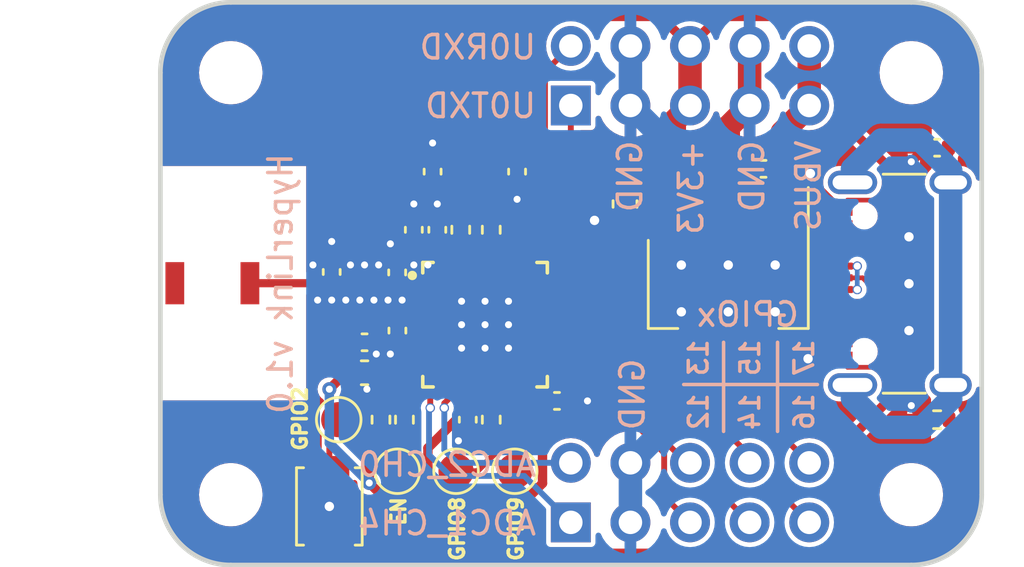
<source format=kicad_pcb>
(kicad_pcb (version 20221018) (generator pcbnew)
  (layers (0 "F.Cu" signal) (31 "B.Cu" signal) (34 "B.Paste" user) (35 "F.Paste" user) (36 "B.SilkS" user "B.Silkscreen") (37 "F.SilkS" user "F.Silkscreen") (38 "B.Mask" user) (39 "F.Mask" user) (44 "Edge.Cuts" user))
  (net 0 "")
  (net 1 "+3V3")
  (net 6 "VBUS")
  (net 7 "GND")
  (net 13 "/USB_D-")
  (net 14 "/USB_D+")
  (net 16 "/GPIO9")
  (net 17 "/GPIO2")
  (net 19 "/EN")
  (net 20 "/RF")
  (net 21 "/ANT")
  (net 22 "/SHIELD")
  (net 23 "/GPIO8")
  (net 24 "/XTAL_P")
  (net 25 "/XTAL_N")
  (net 26 "/XTAL_P_RES")
  (net 27 "/VDD3P3")
  (net 28 "/U0RXD")
  (net 29 "/U0TXD")
  (net 30 "/GPIO12")
  (net 31 "/GPIO13")
  (net 32 "/GPIO14")
  (net 33 "/GPIO15")
  (net 34 "/GPIO16")
  (net 35 "/GPIO17")
  (net 36 "/ADC1_CH4")
  (net 37 "/ADC2_CH0")
  (net 38 "/U0TXD_RES")
  (footprint "TestPoint:TestPoint_Pad_D1.5mm" (layer "F.Cu") (at 126.6 87.8)
    (fp_text reference "TP4" hide)
    (fp_text value "GPIO2" hide)
    (pad "1" smd circle (at 0 0) (size 1.5 1.5) (layers "F.Cu" "F.Mask") (net 17 "/GPIO2"))
  )
  (footprint "MountingHole:MountingHole_2.2mm_M2" (layer "F.Cu") (at 122 73)
    (fp_text reference "H3" hide)
    (fp_text value "MountingHole" hide)
    (pad "" np_thru_hole circle locked (at 0 0) (size 2.2 2.2) (drill 2.2) (layers "*.Cu" "*.Mask"))
  )
  (footprint "Resistor_SMD:R_0402_1005Metric" (layer "F.Cu") (at 129.4 87.8 90)
    (fp_text reference "R4" hide)
    (fp_text value "10k" hide)
    (pad "1" smd roundrect (at -0.51 0 90) (size 0.54 0.64) (layers "F.Cu" "F.Paste" "F.Mask") (net 1 "+3V3"))
    (pad "2" smd roundrect (at 0.51 0 90) (size 0.54 0.64) (layers "F.Cu" "F.Paste" "F.Mask") (net 19 "/EN"))
  )
  (footprint "Capacitor_SMD:C_0402_1005Metric" (layer "F.Cu") (at 135.9 87)
    (fp_text reference "C2" hide)
    (fp_text value "100n" hide)
    (pad "1" smd roundrect (at -0.48 0) (size 0.56 0.62) (layers "F.Cu" "F.Paste" "F.Mask") (net 1 "+3V3"))
    (pad "2" smd roundrect (at 0.48 0) (size 0.56 0.62) (layers "F.Cu" "F.Paste" "F.Mask") (net 7 "GND"))
  )
  (footprint "MountingHole:MountingHole_2.2mm_M2" (layer "F.Cu") (at 151 73)
    (fp_text reference "H2" hide)
    (fp_text value "MountingHole" hide)
    (pad "" np_thru_hole circle locked (at 0 0) (size 2.2 2.2) (drill 2.2) (layers "*.Cu" "*.Mask"))
  )
  (footprint "Capacitor_SMD:C_0402_1005Metric" (layer "F.Cu") (at 130.6 77.22 90)
    (fp_text reference "C5" hide)
    (fp_text value "12pF" hide)
    (pad "1" smd roundrect (at -0.48 0 90) (size 0.56 0.62) (layers "F.Cu" "F.Paste" "F.Mask") (net 24 "/XTAL_P"))
    (pad "2" smd roundrect (at 0.48 0 90) (size 0.56 0.62) (layers "F.Cu" "F.Paste" "F.Mask") (net 7 "GND"))
  )
  (footprint "TestPoint:TestPoint_Pad_D1.5mm" (layer "F.Cu") (at 134.1 90)
    (fp_text reference "TP2" hide)
    (fp_text value "GPIO9" hide)
    (pad "1" smd circle (at 0 0) (size 1.5 1.5) (layers "F.Cu" "F.Mask") (net 16 "/GPIO9"))
  )
  (footprint "Capacitor_SMD:C_0603_1608Metric" (layer "F.Cu") (at 127.7 85.8)
    (fp_text reference "C18" hide)
    (fp_text value "10u" hide)
    (pad "1" smd roundrect (at -0.775 0) (size 0.9 0.95) (layers "F.Cu" "F.Paste" "F.Mask") (net 1 "+3V3"))
    (pad "2" smd roundrect (at 0.775 0) (size 0.9 0.95) (layers "F.Cu" "F.Paste" "F.Mask") (net 7 "GND"))
  )
  (footprint "Capacitor_SMD:C_0402_1005Metric" (layer "F.Cu") (at 126.3 81.5 90)
    (fp_text reference "C14" hide)
    (fp_text value "C" hide)
    (pad "1" smd roundrect (at -0.48 0 90) (size 0.56 0.62) (layers "F.Cu" "F.Paste" "F.Mask") (net 20 "/RF"))
    (pad "2" smd roundrect (at 0.48 0 90) (size 0.56 0.62) (layers "F.Cu" "F.Paste" "F.Mask") (net 7 "GND"))
  )
  (footprint "Capacitor_SMD:C_0402_1005Metric" (layer "F.Cu") (at 130.8 79.7 90)
    (fp_text reference "C4" hide)
    (fp_text value "1u" hide)
    (pad "1" smd roundrect (at -0.48 0 90) (size 0.56 0.62) (layers "F.Cu" "F.Paste" "F.Mask") (net 1 "+3V3"))
    (pad "2" smd roundrect (at 0.48 0 90) (size 0.56 0.62) (layers "F.Cu" "F.Paste" "F.Mask") (net 7 "GND"))
  )
  (footprint "Capacitor_SMD:C_0402_1005Metric" (layer "F.Cu") (at 129.09 81.52 90)
    (fp_text reference "C1" hide)
    (fp_text value "C" hide)
    (pad "1" smd roundrect (at -0.48 0 90) (size 0.56 0.62) (layers "F.Cu" "F.Paste" "F.Mask") (net 21 "/ANT"))
    (pad "2" smd roundrect (at 0.48 0 90) (size 0.56 0.62) (layers "F.Cu" "F.Paste" "F.Mask") (net 7 "GND"))
  )
  (footprint "Inductor_SMD:L_0402_1005Metric" (layer "F.Cu") (at 127.7 81.95)
    (fp_text reference "L1" hide)
    (fp_text value "L" hide)
    (pad "1" smd roundrect (at -0.485 0) (size 0.59 0.64) (layers "F.Cu" "F.Paste" "F.Mask") (net 20 "/RF"))
    (pad "2" smd roundrect (at 0.485 0) (size 0.59 0.64) (layers "F.Cu" "F.Paste" "F.Mask") (net 21 "/ANT"))
  )
  (footprint "Capacitor_SMD:C_0402_1005Metric" (layer "F.Cu") (at 134.2 77.22 -90)
    (fp_text reference "C6" hide)
    (fp_text value "12pF" hide)
    (pad "1" smd roundrect (at -0.48 0 270) (size 0.56 0.62) (layers "F.Cu" "F.Paste" "F.Mask") (net 25 "/XTAL_N"))
    (pad "2" smd roundrect (at 0.48 0 270) (size 0.56 0.62) (layers "F.Cu" "F.Paste" "F.Mask") (net 7 "GND"))
  )
  (footprint "Inductor_SMD:L_0402_1005Metric" (layer "F.Cu") (at 127.7 83.5)
    (fp_text reference "L2" hide)
    (fp_text value "2n" hide)
    (pad "1" smd roundrect (at -0.485 0) (size 0.59 0.64) (layers "F.Cu" "F.Paste" "F.Mask") (net 1 "+3V3"))
    (pad "2" smd roundrect (at 0.485 0) (size 0.59 0.64) (layers "F.Cu" "F.Paste" "F.Mask") (net 27 "/VDD3P3"))
  )
  (footprint "TestPoint:TestPoint_Pad_D1.5mm" (layer "F.Cu") (at 131.6 90)
    (fp_text reference "TP3" hide)
    (fp_text value "GPIO8" hide)
    (pad "1" smd circle (at 0 0) (size 1.5 1.5) (layers "F.Cu" "F.Mask") (net 23 "/GPIO8"))
  )
  (footprint "Connector_USB:USB_C_Receptacle_GCT_USB4105-xx-A_16P_TopMnt_Horizontal" (layer "F.Cu") (at 151.6 82 90)
    (fp_text reference "J1" hide)
    (fp_text value "USB_C_Receptacle_USB2.0" hide)
    (pad "" np_thru_hole circle locked (at -2.89 -2.605 90) (size 0.65 0.65) (drill 0.65) (layers "F&B.Cu" "*.Mask"))
    (pad "" np_thru_hole circle locked (at 2.89 -2.605 90) (size 0.65 0.65) (drill 0.65) (layers "F&B.Cu" "*.Mask"))
    (pad "A1" smd rect locked (at -3.2 -3.68 90) (size 0.6 1.15) (layers "F.Cu" "F.Paste" "F.Mask") (net 7 "GND"))
    (pad "A4" smd rect locked (at -2.4 -3.68 90) (size 0.6 1.15) (layers "F.Cu" "F.Paste" "F.Mask") (net 6 "VBUS"))
    (pad "A5" smd rect locked (at -1.25 -3.68 90) (size 0.3 1.15) (layers "F.Cu" "F.Paste" "F.Mask"))
    (pad "A6" smd rect locked (at -0.25 -3.68 90) (size 0.3 1.15) (layers "F.Cu" "F.Paste" "F.Mask") (net 13 "/USB_D-"))
    (pad "A7" smd rect locked (at 0.25 -3.68 90) (size 0.3 1.15) (layers "F.Cu" "F.Paste" "F.Mask") (net 14 "/USB_D+"))
    (pad "A8" smd rect locked (at 1.25 -3.68 90) (size 0.3 1.15) (layers "F.Cu" "F.Paste" "F.Mask"))
    (pad "A9" smd rect locked (at 2.4 -3.68 90) (size 0.6 1.15) (layers "F.Cu" "F.Paste" "F.Mask") (net 6 "VBUS"))
    (pad "A12" smd rect locked (at 3.2 -3.68 90) (size 0.6 1.15) (layers "F.Cu" "F.Paste" "F.Mask") (net 7 "GND"))
    (pad "B1" smd rect locked (at 3.2 -3.68 90) (size 0.6 1.15) (layers "F.Cu" "F.Paste" "F.Mask") (net 7 "GND"))
    (pad "B4" smd rect locked (at 2.4 -3.68 90) (size 0.6 1.15) (layers "F.Cu" "F.Paste" "F.Mask") (net 6 "VBUS"))
    (pad "B5" smd rect locked (at 1.75 -3.68 90) (size 0.3 1.15) (layers "F.Cu" "F.Paste" "F.Mask"))
    (pad "B6" smd rect locked (at 0.75 -3.68 90) (size 0.3 1.15) (layers "F.Cu" "F.Paste" "F.Mask") (net 13 "/USB_D-"))
    (pad "B7" smd rect locked (at -0.75 -3.68 90) (size 0.3 1.15) (layers "F.Cu" "F.Paste" "F.Mask") (net 14 "/USB_D+"))
    (pad "B8" smd rect locked (at -1.75 -3.68 90) (size 0.3 1.15) (layers "F.Cu" "F.Paste" "F.Mask"))
    (pad "B9" smd rect locked (at -2.4 -3.68 90) (size 0.6 1.15) (layers "F.Cu" "F.Paste" "F.Mask") (net 6 "VBUS"))
    (pad "B12" smd rect locked (at -3.2 -3.68 90) (size 0.6 1.15) (layers "F.Cu" "F.Paste" "F.Mask") (net 7 "GND"))
    (pad "S1" thru_hole oval locked (at -4.32 -3.105 90) (size 1 2.1) (drill oval 0.6 1.7) (layers "*.Cu" "*.Mask" "F.Paste") (net 22 "/SHIELD"))
    (pad "S1" thru_hole oval locked (at -4.32 1.075 90) (size 1 1.8) (drill oval 0.6 1.4) (layers "*.Cu" "*.Mask" "F.Paste") (net 22 "/SHIELD"))
    (pad "S1" thru_hole oval locked (at 4.32 -3.105 90) (size 1 2.1) (drill oval 0.6 1.7) (layers "*.Cu" "*.Mask" "F.Paste") (net 22 "/SHIELD"))
    (pad "S1" thru_hole oval locked (at 4.32 1.075 90) (size 1 1.8) (drill oval 0.6 1.4) (layers "*.Cu" "*.Mask" "F.Paste") (net 22 "/SHIELD"))
  )
  (footprint "Capacitor_SMD:C_0402_1005Metric" (layer "F.Cu") (at 129.1 84 -90)
    (fp_text reference "C15" hide)
    (fp_text value "100n" hide)
    (pad "1" smd roundrect (at -0.48 0 270) (size 0.56 0.62) (layers "F.Cu" "F.Paste" "F.Mask") (net 27 "/VDD3P3"))
    (pad "2" smd roundrect (at 0.48 0 270) (size 0.56 0.62) (layers "F.Cu" "F.Paste" "F.Mask") (net 7 "GND"))
  )
  (footprint "Capacitor_SMD:C_0402_1005Metric" (layer "F.Cu") (at 152.1 76.2 180)
    (fp_text reference "C11" hide)
    (fp_text value "C" hide)
    (pad "1" smd roundrect (at -0.48 0 180) (size 0.56 0.62) (layers "F.Cu" "F.Paste" "F.Mask") (net 22 "/SHIELD"))
    (pad "2" smd roundrect (at 0.48 0 180) (size 0.56 0.62) (layers "F.Cu" "F.Paste" "F.Mask") (net 7 "GND"))
  )
  (footprint "MountingHole:MountingHole_2.2mm_M2" (layer "F.Cu") (at 151 91)
    (fp_text reference "H1" hide)
    (fp_text value "MountingHole" hide)
    (pad "" np_thru_hole circle locked (at 0 0) (size 2.2 2.2) (drill 2.2) (layers "*.Cu" "*.Mask"))
  )
  (footprint "Connector_PinHeader_2.54mm:PinHeader_2x05_P2.54mm_Vertical" (layer "F.Cu") (at 136.49 92.18 90)
    (fp_text reference "J2" hide)
    (fp_text value "Conn_02x05_Odd_Even" hide)
    (pad "1" thru_hole rect locked (at 0 0 90) (size 1.7 1.7) (drill 1) (layers "*.Cu" "*.Mask") (net 36 "/ADC1_CH4"))
    (pad "2" thru_hole oval locked (at 2.54 0 90) (size 1.7 1.7) (drill 1) (layers "*.Cu" "*.Mask") (net 37 "/ADC2_CH0"))
    (pad "3" thru_hole oval locked (at 0 2.54 90) (size 1.7 1.7) (drill 1) (layers "*.Cu" "*.Mask") (net 7 "GND"))
    (pad "4" thru_hole oval locked (at 2.54 2.54 90) (size 1.7 1.7) (drill 1) (layers "*.Cu" "*.Mask") (net 7 "GND"))
    (pad "5" thru_hole oval locked (at 0 5.08 90) (size 1.7 1.7) (drill 1) (layers "*.Cu" "*.Mask") (net 30 "/GPIO12"))
    (pad "6" thru_hole oval locked (at 2.54 5.08 90) (size 1.7 1.7) (drill 1) (layers "*.Cu" "*.Mask") (net 31 "/GPIO13"))
    (pad "7" thru_hole oval locked (at 0 7.62 90) (size 1.7 1.7) (drill 1) (layers "*.Cu" "*.Mask") (net 32 "/GPIO14"))
    (pad "8" thru_hole oval locked (at 2.54 7.62 90) (size 1.7 1.7) (drill 1) (layers "*.Cu" "*.Mask") (net 33 "/GPIO15"))
    (pad "9" thru_hole oval locked (at 0 10.16 90) (size 1.7 1.7) (drill 1) (layers "*.Cu" "*.Mask") (net 34 "/GPIO16"))
    (pad "10" thru_hole oval locked (at 2.54 10.16 90) (size 1.7 1.7) (drill 1) (layers "*.Cu" "*.Mask") (net 35 "/GPIO17"))
  )
  (footprint "Connector_PinHeader_2.54mm:PinHeader_2x05_P2.54mm_Vertical" (layer "F.Cu") (at 136.49 74.4 90)
    (fp_text reference "J3" hide)
    (fp_text value "Conn_02x05_Odd_Even" hide)
    (pad "1" thru_hole rect locked (at 0 0 90) (size 1.7 1.7) (drill 1) (layers "*.Cu" "*.Mask") (net 28 "/U0RXD"))
    (pad "2" thru_hole oval locked (at 2.54 0 90) (size 1.7 1.7) (drill 1) (layers "*.Cu" "*.Mask") (net 29 "/U0TXD"))
    (pad "3" thru_hole oval locked (at 0 2.54 90) (size 1.7 1.7) (drill 1) (layers "*.Cu" "*.Mask") (net 7 "GND"))
    (pad "4" thru_hole oval locked (at 2.54 2.54 90) (size 1.7 1.7) (drill 1) (layers "*.Cu" "*.Mask") (net 7 "GND"))
    (pad "5" thru_hole oval locked (at 0 5.08 90) (size 1.7 1.7) (drill 1) (layers "*.Cu" "*.Mask") (net 1 "+3V3"))
    (pad "6" thru_hole oval locked (at 2.54 5.08 90) (size 1.7 1.7) (drill 1) (layers "*.Cu" "*.Mask") (net 1 "+3V3"))
    (pad "7" thru_hole oval locked (at 0 7.62 90) (size 1.7 1.7) (drill 1) (layers "*.Cu" "*.Mask") (net 7 "GND"))
    (pad "8" thru_hole oval locked (at 2.54 7.62 90) (size 1.7 1.7) (drill 1) (layers "*.Cu" "*.Mask") (net 7 "GND"))
    (pad "9" thru_hole oval locked (at 0 10.16 90) (size 1.7 1.7) (drill 1) (layers "*.Cu" "*.Mask") (net 6 "VBUS"))
    (pad "10" thru_hole oval locked (at 2.54 10.16 90) (size 1.7 1.7) (drill 1) (layers "*.Cu" "*.Mask") (net 6 "VBUS"))
  )
  (footprint "Capacitor_SMD:C_0402_1005Metric" (layer "F.Cu") (at 129.8 79.7 90)
    (fp_text reference "C3" hide)
    (fp_text value "10n" hide)
    (pad "1" smd roundrect (at -0.48 0 90) (size 0.56 0.62) (layers "F.Cu" "F.Paste" "F.Mask") (net 1 "+3V3"))
    (pad "2" smd roundrect (at 0.48 0 90) (size 0.56 0.62) (layers "F.Cu" "F.Paste" "F.Mask") (net 7 "GND"))
  )
  (footprint "Resistor_SMD:R_0402_1005Metric" (layer "F.Cu") (at 133.1 87.8 90)
    (fp_text reference "R2" hide)
    (fp_text value "10k" hide)
    (pad "1" smd roundrect (at -0.51 0 90) (size 0.54 0.64) (layers "F.Cu" "F.Paste" "F.Mask") (net 1 "+3V3"))
    (pad "2" smd roundrect (at 0.51 0 90) (size 0.54 0.64) (layers "F.Cu" "F.Paste" "F.Mask") (net 23 "/GPIO8"))
  )
  (footprint "Capacitor_SMD:C_0402_1005Metric" (layer "F.Cu") (at 144.7 77.1 180)
    (fp_text reference "C12" hide)
    (fp_text value "100n" hide)
    (pad "1" smd roundrect (at -0.48 0 180) (size 0.56 0.62) (layers "F.Cu" "F.Paste" "F.Mask") (net 6 "VBUS"))
    (pad "2" smd roundrect (at 0.48 0 180) (size 0.56 0.62) (layers "F.Cu" "F.Paste" "F.Mask") (net 7 "GND"))
  )
  (footprint "Resistor_SMD:R_0402_1005Metric" (layer "F.Cu") (at 128.4 87.8 90)
    (fp_text reference "R3" hide)
    (fp_text value "10k" hide)
    (pad "1" smd roundrect (at -0.51 0 90) (size 0.54 0.64) (layers "F.Cu" "F.Paste" "F.Mask") (net 1 "+3V3"))
    (pad "2" smd roundrect (at 0.51 0 90) (size 0.54 0.64) (layers "F.Cu" "F.Paste" "F.Mask") (net 17 "/GPIO2"))
  )
  (footprint "Resistor_SMD:R_0402_1005Metric" (layer "F.Cu") (at 131.8 79.7 -90)
    (fp_text reference "R6" hide)
    (fp_text value "0R" hide)
    (pad "1" smd roundrect (at -0.51 0 270) (size 0.54 0.64) (layers "F.Cu" "F.Paste" "F.Mask") (net 24 "/XTAL_P"))
    (pad "2" smd roundrect (at 0.51 0 270) (size 0.54 0.64) (layers "F.Cu" "F.Paste" "F.Mask") (net 26 "/XTAL_P_RES"))
  )
  (footprint "encyclopedia_galactica:ABM11W-30.0000MHZ-7-D1X-T3" (layer "F.Cu") (at 132.400001 77.4 180)
    (fp_text reference "Y1" hide)
    (fp_text value "ABM11W-40.0000MHZ-8-B1U-T3" hide)
    (pad "1" smd rect (at -0.637 -0.487 270) (size 0.775 0.875) (layers "F.Cu" "F.Paste" "F.Mask") (net 7 "GND"))
    (pad "2" smd rect (at 0.637 -0.487 270) (size 0.775 0.875) (layers "F.Cu" "F.Paste" "F.Mask") (net 24 "/XTAL_P"))
    (pad "3" smd rect (at -0.637 0.487 270) (size 0.775 0.875) (layers "F.Cu" "F.Paste" "F.Mask") (net 25 "/XTAL_N"))
    (pad "4" smd rect (at 0.637 0.487 270) (size 0.775 0.875) (layers "F.Cu" "F.Paste" "F.Mask") (net 7 "GND"))
  )
  (footprint "Package_TO_SOT_SMD:SOT-223-3_TabPin2" (layer "F.Cu") (at 143.2 82 -90)
    (fp_text reference "U2" hide)
    (fp_text value "LM2937xMP" hide)
    (pad "1" smd rect locked (at -3.15 -2.3 270) (size 2 1.5) (layers "F.Cu" "F.Paste" "F.Mask") (net 6 "VBUS"))
    (pad "2" smd rect locked (at -3.15 0 270) (size 2 1.5) (layers "F.Cu" "F.Paste" "F.Mask") (net 7 "GND"))
    (pad "2" smd rect locked (at 3.15 0 270) (size 2 3.8) (layers "F.Cu" "F.Paste" "F.Mask") (net 7 "GND"))
    (pad "3" smd rect locked (at -3.15 2.3 270) (size 2 1.5) (layers "F.Cu" "F.Paste" "F.Mask") (net 1 "+3V3"))
  )
  (footprint "Capacitor_SMD:C_0402_1005Metric" (layer "F.Cu") (at 132.1 87.8 -90)
    (fp_text reference "C17" hide)
    (fp_text value "100n" hide)
    (pad "1" smd roundrect (at -0.48 0 270) (size 0.56 0.62) (layers "F.Cu" "F.Paste" "F.Mask") (net 1 "+3V3"))
    (pad "2" smd roundrect (at 0.48 0 270) (size 0.56 0.62) (layers "F.Cu" "F.Paste" "F.Mask") (net 7 "GND"))
  )
  (footprint "MountingHole:MountingHole_2.2mm_M2" (layer "F.Cu") (at 122 91)
    (fp_text reference "H4" hide)
    (fp_text value "MountingHole" hide)
    (pad "" np_thru_hole circle locked (at 0 0) (size 2.2 2.2) (drill 2.2) (layers "*.Cu" "*.Mask"))
  )
  (footprint "encyclopedia_galactica:QFN32_5X5_EXP" (layer "F.Cu") (at 132.834851 83.7487)
    (fp_text reference "U1" hide)
    (fp_text value "ESP32-C3" hide)
    (pad "1" smd rect locked (at -2.4487 -1.749999 90) (size 0.2548 0.757199) (layers "F.Cu" "F.Paste" "F.Mask") (net 21 "/ANT"))
    (pad "2" smd rect locked (at -2.4487 -1.25 90) (size 0.2548 0.757199) (layers "F.Cu" "F.Paste" "F.Mask") (net 27 "/VDD3P3"))
    (pad "3" smd rect locked (at -2.4487 -0.750001 90) (size 0.2548 0.757199) (layers "F.Cu" "F.Paste" "F.Mask") (net 27 "/VDD3P3"))
    (pad "4" smd rect locked (at -2.4487 -0.25 90) (size 0.2548 0.757199) (layers "F.Cu" "F.Paste" "F.Mask"))
    (pad "5" smd rect locked (at -2.4487 0.25 90) (size 0.2548 0.757199) (layers "F.Cu" "F.Paste" "F.Mask"))
    (pad "6" smd rect locked (at -2.4487 0.750001 90) (size 0.2548 0.757199) (layers "F.Cu" "F.Paste" "F.Mask") (net 17 "/GPIO2"))
    (pad "7" smd rect locked (at -2.4487 1.25 90) (size 0.2548 0.757199) (layers "F.Cu" "F.Paste" "F.Mask") (net 19 "/EN"))
    (pad "8" smd rect locked (at -2.4487 1.749999 90) (size 0.2548 0.757199) (layers "F.Cu" "F.Paste" "F.Mask"))
    (pad "9" smd rect locked (at -1.749999 2.4487) (size 0.2548 0.757199) (layers "F.Cu" "F.Paste" "F.Mask") (net 36 "/ADC1_CH4"))
    (pad "10" smd rect locked (at -1.25 2.4487) (size 0.2548 0.757199) (layers "F.Cu" "F.Paste" "F.Mask") (net 37 "/ADC2_CH0"))
    (pad "11" smd rect locked (at -0.750001 2.4487) (size 0.2548 0.757199) (layers "F.Cu" "F.Paste" "F.Mask") (net 1 "+3V3"))
    (pad "12" smd rect locked (at -0.25 2.4487) (size 0.2548 0.757199) (layers "F.Cu" "F.Paste" "F.Mask"))
    (pad "13" smd rect locked (at 0.25 2.4487) (size 0.2548 0.757199) (layers "F.Cu" "F.Paste" "F.Mask"))
    (pad "14" smd rect locked (at 0.750001 2.4487) (size 0.2548 0.757199) (layers "F.Cu" "F.Paste" "F.Mask") (net 23 "/GPIO8"))
    (pad "15" smd rect locked (at 1.25 2.4487) (size 0.2548 0.757199) (layers "F.Cu" "F.Paste" "F.Mask") (net 16 "/GPIO9"))
    (pad "16" smd rect locked (at 1.749999 2.4487) (size 0.2548 0.757199) (layers "F.Cu" "F.Paste" "F.Mask"))
    (pad "17" smd rect locked (at 2.4487 1.749999 90) (size 0.2548 0.757199) (layers "F.Cu" "F.Paste" "F.Mask") (net 1 "+3V3"))
    (pad "18" smd rect locked (at 2.4487 1.25 90) (size 0.2548 0.757199) (layers "F.Cu" "F.Paste" "F.Mask"))
    (pad "19" smd rect locked (at 2.4487 0.750001 90) (size 0.2548 0.757199) (layers "F.Cu" "F.Paste" "F.Mask") (net 30 "/GPIO12"))
    (pad "20" smd rect locked (at 2.4487 0.25 90) (size 0.2548 0.757199) (layers "F.Cu" "F.Paste" "F.Mask") (net 31 "/GPIO13"))
    (pad "21" smd rect locked (at 2.4487 -0.25 90) (size 0.2548 0.757199) (layers "F.Cu" "F.Paste" "F.Mask") (net 32 "/GPIO14"))
    (pad "22" smd rect locked (at 2.4487 -0.750001 90) (size 0.2548 0.757199) (layers "F.Cu" "F.Paste" "F.Mask") (net 33 "/GPIO15"))
    (pad "23" smd rect locked (at 2.4487 -1.25 90) (size 0.2548 0.757199) (layers "F.Cu" "F.Paste" "F.Mask") (net 34 "/GPIO16"))
    (pad "24" smd rect locked (at 2.4487 -1.749999 90) (size 0.2548 0.757199) (layers "F.Cu" "F.Paste" "F.Mask") (net 35 "/GPIO17"))
    (pad "25" smd rect locked (at 1.749999 -2.4487) (size 0.2548 0.757199) (layers "F.Cu" "F.Paste" "F.Mask") (net 13 "/USB_D-"))
    (pad "26" smd rect locked (at 1.25 -2.4487) (size 0.2548 0.757199) (layers "F.Cu" "F.Paste" "F.Mask") (net 14 "/USB_D+"))
    (pad "27" smd rect locked (at 0.750001 -2.4487) (size 0.2548 0.757199) (layers "F.Cu" "F.Paste" "F.Mask") (net 28 "/U0RXD"))
    (pad "28" smd rect locked (at 0.25 -2.4487) (size 0.2548 0.757199) (layers "F.Cu" "F.Paste" "F.Mask") (net 38 "/U0TXD_RES"))
    (pad "29" smd rect locked (at -0.25 -2.4487) (size 0.2548 0.757199) (layers "F.Cu" "F.Paste" "F.Mask") (net 25 "/XTAL_N"))
    (pad "30" smd rect locked (at -0.750001 -2.4487) (size 0.2548 0.757199) (layers "F.Cu" "F.Paste" "F.Mask") (net 26 "/XTAL_P_RES"))
    (pad "31" smd rect locked (at -1.25 -2.4487) (size 0.2548 0.757199) (layers "F.Cu" "F.Paste" "F.Mask") (net 1 "+3V3"))
    (pad "32" smd rect locked (at -1.749999 -2.4487) (size 0.2548 0.757199) (layers "F.Cu" "F.Paste" "F.Mask") (net 1 "+3V3"))
    (pad "33" smd rect locked (at 0 0) (size 3.7592 3.7592) (layers "F.Cu" "F.Mask") (net 7 "GND"))
  )
  (footprint "Capacitor_SMD:C_0402_1005Metric" (layer "F.Cu") (at 127.7 84.5)
    (fp_text reference "C16" hide)
    (fp_text value "100n" hide)
    (pad "1" smd roundrect (at -0.48 0) (size 0.56 0.62) (layers "F.Cu" "F.Paste" "F.Mask") (net 1 "+3V3"))
    (pad "2" smd roundrect (at 0.48 0) (size 0.56 0.62) (layers "F.Cu" "F.Paste" "F.Mask") (net 7 "GND"))
  )
  (footprint "TestPoint:TestPoint_Pad_D1.5mm" (layer "F.Cu") (at 129.1 90)
    (fp_text reference "TP1" hide)
    (fp_text value "EN" hide)
    (pad "1" smd circle (at 0 0) (size 1.5 1.5) (layers "F.Cu" "F.Mask") (net 19 "/EN"))
  )
  (footprint "Capacitor_SMD:C_0603_1608Metric" (layer "F.Cu") (at 138.8 78.6 -90)
    (fp_text reference "C13" hide)
    (fp_text value "10u" hide)
    (pad "1" smd roundrect (at -0.775 0 270) (size 0.9 0.95) (layers "F.Cu" "F.Paste" "F.Mask") (net 1 "+3V3"))
    (pad "2" smd roundrect (at 0.775 0 270) (size 0.9 0.95) (layers "F.Cu" "F.Paste" "F.Mask") (net 7 "GND"))
  )
  (footprint "Button_Switch_SMD:SW_SPST_B3U-1000P" (layer "F.Cu") (at 126.2 91.5 90)
    (fp_text reference "SW1" hide)
    (fp_text value "SW_Push" hide)
    (pad "1" smd rect (at -1.7 0 90) (size 0.9 1.7) (layers "F.Cu" "F.Paste" "F.Mask") (net 7 "GND"))
    (pad "2" smd rect (at 1.7 0 90) (size 0.9 1.7) (layers "F.Cu" "F.Paste" "F.Mask") (net 17 "/GPIO2"))
  )
  (footprint "Resistor_SMD:R_0402_1005Metric" (layer "F.Cu") (at 152.1 87.8 180)
    (fp_text reference "R1" hide)
    (fp_text value "R" hide)
    (pad "1" smd roundrect (at -0.51 0 180) (size 0.54 0.64) (layers "F.Cu" "F.Paste" "F.Mask") (net 22 "/SHIELD"))
    (pad "2" smd roundrect (at 0.51 0 180) (size 0.54 0.64) (layers "F.Cu" "F.Paste" "F.Mask") (net 7 "GND"))
  )
  (footprint "encyclopedia_galactica:2108838-1" (layer "F.Cu") (at 118.715 81.98)
    (fp_text reference "AE1" hide)
    (fp_text value "2108838-1" hide)
    (pad "1" smd rect locked (at 4.1 0) (size 0.8 1.8) (layers "F.Cu" "F.Paste" "F.Mask") (net 20 "/RF"))
    (pad "2" smd rect locked (at 0.9 0) (size 0.8 1.8) (layers "F.Cu" "F.Paste" "F.Mask"))
    (zone (net 0) (net_name "") (layers "*.Cu") (connect_pads (clearance 0)) (min_thickness 0.25)
      (keepout (tracks allowed) (vias not_allowed) (pads allowed) (copperpour not_allowed) (footprints not_allowed))
      (fill (thermal_gap 0.5) (thermal_bridge_width 0.5))
      (polygon (pts (xy 112.215 76.98) (xy 112.215 86.98) (xy 125.215 86.98) (xy 125.215 76.98)))
    )
  )
  (footprint "Resistor_SMD:R_0402_1005Metric" (layer "F.Cu") (at 133.1 79.7 -90)
    (fp_text reference "R5" hide)
    (fp_text value "500R" hide)
    (pad "1" smd roundrect (at -0.51 0 270) (size 0.54 0.64) (layers "F.Cu" "F.Paste" "F.Mask") (net 29 "/U0TXD"))
    (pad "2" smd roundrect (at 0.51 0 270) (size 0.54 0.64) (layers "F.Cu" "F.Paste" "F.Mask") (net 38 "/U0TXD_RES"))
  )
  (gr_line (start 143 84.5) (end 143 88.3) (stroke (width 0.15)) (layer "B.SilkS"))
  (gr_line (start 145.3 84.5) (end 145.3 88.3) (stroke (width 0.15)) (layer "B.SilkS"))
  (gr_line (start 141.3 86.3) (end 147 86.3) (stroke (width 0.15)) (layer "B.SilkS"))
  (gr_line locked (start 122.000001 94) (end 151 94) (stroke (width 0.2)) (layer "Edge.Cuts"))
  (gr_arc locked (start 154.000002 91.000001) (mid 153.121322 93.121321) (end 151.000002 94.000001) (stroke (width 0.2)) (layer "Edge.Cuts"))
  (gr_line locked (start 119.000001 72.999999) (end 119 91) (stroke (width 0.2)) (layer "Edge.Cuts"))
  (gr_arc locked (start 151.000002 69.999999) (mid 153.121321 70.878679) (end 154.000002 72.999999) (stroke (width 0.2)) (layer "Edge.Cuts"))
  (gr_arc locked (start 122 94.000001) (mid 119.878673 93.121322) (end 119 91.000001) (stroke (width 0.2)) (layer "Edge.Cuts"))
  (gr_line locked (start 154.000003 73) (end 154.000002 91.000001) (stroke (width 0.2)) (layer "Edge.Cuts"))
  (gr_arc locked (start 119.000001 73) (mid 119.878674 70.878667) (end 122.000001 70) (stroke (width 0.2)) (layer "Edge.Cuts"))
  (gr_line locked (start 122.000001 70) (end 151 70) (stroke (width 0.2)) (layer "Edge.Cuts"))
  (gr_text "ADC1_CH4" (at 135.1 92.8) (layer "B.SilkS") (effects (font (size 1 1)) (justify left bottom mirror)))
  (gr_text "GND" (at 139.6 75.8 90) (layer "B.SilkS") (effects (font (size 1 1)) (justify left bottom mirror)))
  (gr_text "12" (at 142.4 86.6 90) (layer "B.SilkS") (effects (font (size 0.8 0.8)) (justify left bottom mirror)))
  (gr_text "GPIOx" (at 146.3 83.9) (layer "B.SilkS") (effects (font (size 1 1)) (justify left bottom mirror)))
  (gr_text "HyperLink v1.0" (at 124.7 76.35 90) (layer "B.SilkS") (effects (font (size 1 1)) (justify left bottom mirror)))
  (gr_text "17" (at 146.9 84.3 90) (layer "B.SilkS") (effects (font (size 0.8 0.8)) (justify left bottom mirror)))
  (gr_text "15" (at 144.6 84.3 90) (layer "B.SilkS") (effects (font (size 0.8 0.8)) (justify left bottom mirror)))
  (gr_text "13" (at 142.4 84.3 90) (layer "B.SilkS") (effects (font (size 0.8 0.8)) (justify left bottom mirror)))
  (gr_text "U0TXD" (at 135.1 75) (layer "B.SilkS") (effects (font (size 1 1)) (justify left bottom mirror)))
  (gr_text "16" (at 146.9 86.6 90) (layer "B.SilkS") (effects (font (size 0.8 0.8)) (justify left bottom mirror)))
  (gr_text "VBUS" (at 147.2 75.8 90) (layer "B.SilkS") (effects (font (size 1 1)) (justify left bottom mirror)))
  (gr_text "+3V3" (at 142.2 75.8 90) (layer "B.SilkS") (effects (font (size 1 1)) (justify left bottom mirror)))
  (gr_text "ADC2_CH0" (at 135.1 90.3) (layer "B.SilkS") (effects (font (size 1 1)) (justify left bottom mirror)))
  (gr_text "U0RXD" (at 135.1 72.5) (layer "B.SilkS") (effects (font (size 1 1)) (justify left bottom mirror)))
  (gr_text "GND" (at 139.7 85.1 90) (layer "B.SilkS") (effects (font (size 1 1)) (justify left bottom mirror)))
  (gr_text "14" (at 144.6 86.6 90) (layer "B.SilkS") (effects (font (size 0.8 0.8)) (justify left bottom mirror)))
  (gr_text "GND" (at 144.8 75.8 90) (layer "B.SilkS") (effects (font (size 1 1)) (justify left bottom mirror)))
  (gr_text "GPIO9" (at 134.5 93.9 90) (layer "F.SilkS") (effects (font (size 0.6 0.6)) (justify left bottom)))
  (gr_text "GPIO2" (at 125.3 89.2 90) (layer "F.SilkS") (effects (font (size 0.6 0.6)) (justify left bottom)))
  (gr_text "GPIO8" (at 132 93.9 90) (layer "F.SilkS") (effects (font (size 0.6 0.6)) (justify left bottom)))
  (gr_text "EN" (at 129.5 92.4 90) (layer "F.SilkS") (effects (font (size 0.6 0.6)) (justify left bottom)))
  (segment (start 132.11 87.32) (end 132.1 87.32) (width 0.4) (layer "F.Cu") (net 1))
  (segment (start 142.83 70.6) (end 147.325 70.6) (width 0.4) (layer "F.Cu") (net 1))
  (segment (start 139.875 77.825) (end 140.9 78.85) (width 0.4) (layer "F.Cu") (net 1))
  (segment (start 132.08485 86.1974) (end 132.08485 87.30485) (width 0.4) (layer "F.Cu") (net 1))
  (segment (start 135.283551 90.516449) (end 133.878 91.922) (width 0.4) (layer "F.Cu") (net 1))
  (segment (start 126.9 85.8) (end 126.925 85.8) (width 0.4) (layer "F.Cu") (net 1))
  (segment (start 130.4 89.009562) (end 130.4 91.2) (width 0.4) (layer "F.Cu") (net 1))
  (segment (start 130.8 80.515149) (end 130.8 80.18) (width 0.4) (layer "F.Cu") (net 1))
  (segment (start 126.2 86.5) (end 126.9 85.8) (width 0.4) (layer "F.Cu") (net 1))
  (segment (start 127.22 84.5) (end 127.22 85.505) (width 0.4) (layer "F.Cu") (net 1))
  (segment (start 132.2 70.6) (end 128.963 73.837) (width 0.4) (layer "F.Cu") (net 1))
  (segment (start 141.57 74.4) (end 141.57 71.86) (width 1) (layer "F.Cu") (net 1))
  (segment (start 141.57 71.86) (end 140.31 70.6) (width 0.4) (layer "F.Cu") (net 1))
  (segment (start 127.22 85.505) (end 126.925 85.8) (width 0.4) (layer "F.Cu") (net 1))
  (segment (start 147.325 70.6) (end 148.2 71.475) (width 0.4) (layer "F.Cu") (net 1))
  (segment (start 148.2 92.5) (end 147.2 93.5) (width 0.4) (layer "F.Cu") (net 1))
  (segment (start 135.283551 85.498699) (end 135.283551 90.516449) (width 0.4) (layer "F.Cu") (net 1))
  (segment (start 148.2 71.475) (end 148.2 75.2) (width 0.4) (layer "F.Cu") (net 1))
  (segment (start 131.084852 81.3) (end 131.1 81.3) (width 0.4) (layer "F.Cu") (net 1))
  (segment (start 127.9 90.5) (end 127.9 88.81) (width 0.4) (layer "F.Cu") (net 1))
  (segment (start 147.2 93.5) (end 135.456 93.5) (width 0.4) (layer "F.Cu") (net 1))
  (segment (start 127.9 90.5) (end 128.6 91.2) (width 0.4) (layer "F.Cu") (net 1))
  (segment (start 133.878 91.922) (end 133.156 91.2) (width 0.4) (layer "F.Cu") (net 1))
  (segment (start 140.9 75.07) (end 141.57 74.4) (width 1) (layer "F.Cu") (net 1))
  (segment (start 141.57 71.86) (end 142.83 70.6) (width 0.4) (layer "F.Cu") (net 1))
  (segment (start 151.7 78.7) (end 151.7 85.3) (width 0.4) (layer "F.Cu") (net 1))
  (segment (start 128.963 73.837) (end 128.963 79.614471) (width 0.4) (layer "F.Cu") (net 1))
  (segment (start 131.1 81.3) (end 131.342425 81.057575) (width 0.4) (layer "F.Cu") (net 1))
  (segment (start 151.7 85.3) (end 148.2 88.8) (width 0.4) (layer "F.Cu") (net 1))
  (segment (start 128.6 91.2) (end 130.4 91.2) (width 0.4) (layer "F.Cu") (net 1))
  (segment (start 131.342425 81.057575) (end 130.8 80.515149) (width 0.4) (layer "F.Cu") (net 1))
  (segment (start 133.156 91.2) (end 130.4 91.2) (width 0.4) (layer "F.Cu") (net 1))
  (segment (start 130.8 80.18) (end 129.8 80.18) (width 0.4) (layer "F.Cu") (net 1))
  (segment (start 129.4 88.31) (end 128.4 88.31) (width 0.4) (layer "F.Cu") (net 1))
  (segment (start 138.8 77.825) (end 139.875 77.825) (width 0.4) (layer "F.Cu") (net 1))
  (segment (start 127.215 84.495) (end 127.22 84.5) (width 0.4) (layer "F.Cu") (net 1))
  (segment (start 133.1 88.31) (end 132.11 87.32) (width 0.4) (layer "F.Cu") (net 1))
  (segment (start 140.9 78.85) (end 140.9 75.07) (width 1) (layer "F.Cu") (net 1))
  (segment (start 132.1 87.32) (end 132.089562 87.32) (width 0.4) (layer "F.Cu") (net 1))
  (segment (start 129.528529 80.18) (end 129.8 80.18) (width 0.4) (layer "F.Cu") (net 1))
  (segment (start 140.31 70.6) (end 132.2 70.6) (width 0.4) (layer "F.Cu") (net 1))
  (segment (start 135.456 93.5) (end 133.878 91.922) (width 0.4) (layer "F.Cu") (net 1))
  (segment (start 128.963 79.614471) (end 129.528529 80.18) (width 0.4) (layer "F.Cu") (net 1))
  (segment (start 127.9 88.81) (end 128.4 88.31) (width 0.4) (layer "F.Cu") (net 1))
  (segment (start 148.2 75.2) (end 151.7 78.7) (width 0.4) (layer "F.Cu") (net 1))
  (segment (start 148.2 88.8) (end 148.2 92.5) (width 0.4) (layer "F.Cu") (net 1))
  (segment (start 127.215 83.5) (end 127.215 84.495) (width 0.4) (layer "F.Cu") (net 1))
  (segment (start 131.584851 81.3) (end 131.342425 81.057575) (width 0.4) (layer "F.Cu") (net 1))
  (segment (start 132.089562 87.32) (end 130.4 89.009562) (width 0.4) (layer "F.Cu") (net 1))
  (segment (start 132.08485 87.30485) (end 132.1 87.32) (width 0.4) (layer "F.Cu") (net 1))
  (via (at 126.2 86.5) (size 0.6) (drill 0.3) (layers "F.Cu" "B.Cu") (net 1))
  (via (at 127.9 90.5) (size 0.6) (drill 0.3) (layers "F.Cu" "B.Cu") (net 1))
  (segment (start 127.9 90.5) (end 126.2 88.8) (width 0.4) (layer "B.Cu") (net 1))
  (segment (start 126.2 88.8) (end 126.2 86.5) (width 0.4) (layer "B.Cu") (net 1))
  (segment (start 145.5 78.85) (end 145.5 75.55) (width 1) (layer "F.Cu") (net 6))
  (segment (start 147.92 84.4) (end 148.42434 84.4) (width 0.35) (layer "F.Cu") (net 6))
  (segment (start 149.597 80.77266) (end 148.42434 79.6) (width 0.35) (layer "F.Cu") (net 6))
  (segment (start 148.42434 84.4) (end 149.597 83.22734) (width 0.35) (layer "F.Cu") (net 6))
  (segment (start 149.597 83.22734) (end 149.597 80.77266) (width 0.35) (layer "F.Cu") (net 6))
  (segment (start 147.92 79.6) (end 146.25 79.6) (width 0.4) (layer "F.Cu") (net 6))
  (segment (start 148.42434 79.6) (end 147.92 79.6) (width 0.35) (layer "F.Cu") (net 6))
  (segment (start 146.25 79.6) (end 145.5 78.85) (width 0.4) (layer "F.Cu") (net 6))
  (segment (start 146.65 71.86) (end 146.65 74.4) (width 1) (layer "F.Cu") (net 6))
  (segment (start 145.5 75.55) (end 146.65 74.4) (width 1) (layer "F.Cu") (net 6))
  (segment (start 149.334999 85.565) (end 150.9 83.999999) (width 0.2) (layer "F.Cu") (net 7))
  (segment (start 148.285 78.435) (end 149.335001 78.435) (width 0.2) (layer "F.Cu") (net 7))
  (segment (start 147.92 85.2) (end 146.6 85.2) (width 0.35) (layer "F.Cu") (net 7))
  (segment (start 130.8 79.22) (end 130.8 78.6) (width 0.4) (layer "F.Cu") (net 7))
  (segment (start 131.7 88.7) (end 132.1 88.3) (width 0.4) (layer "F.Cu") (net 7))
  (segment (start 147.92 78.8) (end 148.285 78.435) (width 0.2) (layer "F.Cu") (net 7))
  (segment (start 146.7 77.58) (end 147.92 78.8) (width 0.35) (layer "F.Cu") (net 7))
  (segment (start 128.2 84.52) (end 128.18 84.5) (width 0.4) (layer "F.Cu") (net 7))
  (segment (start 144.22 77.83) (end 143.2 78.85) (width 0.4) (layer "F.Cu") (net 7))
  (segment (start 144.11 74.4) (end 144.11 71.86) (width 1) (layer "F.Cu") (net 7))
  (segment (start 146.7 77.3) (end 146.7 77.58) (width 0.35) (layer "F.Cu") (net 7))
  (segment (start 131.590001 76.74) (end 131.763001 76.913) (width 0.2) (layer "F.Cu") (net 7))
  (segment (start 130.6 76.74) (end 131.590001 76.74) (width 0.2) (layer "F.Cu") (net 7))
  (segment (start 128.8 80.75) (end 129.09 81.04) (width 0.4) (layer "F.Cu") (net 7))
  (segment (start 143.2 76.9) (end 143.2 75.31) (width 1) (layer "F.Cu") (net 7))
  (segment (start 129.8 79.22) (end 129.8 78.6) (width 0.4) (layer "F.Cu") (net 7))
  (segment (start 147.92 85.2) (end 148.285 85.565) (width 0.2) (layer "F.Cu") (net 7))
  (segment (start 148.285 85.565) (end 149.334999 85.565) (width 0.2) (layer "F.Cu") (net 7))
  (segment (start 126.2 93.2) (end 126.2 91.5) (width 0.4) (layer "F.Cu") (net 7))
  (segment (start 128.2 85) (end 128.2 84.52) (width 0.4) (layer "F.Cu") (net 7))
  (segment (start 144.22 77.1) (end 144.22 77.83) (width 0.4) (layer "F.Cu") (net 7))
  (segment (start 133.224001 77.7) (end 133.037001 77.887) (width 0.2) (layer "F.Cu") (net 7))
  (segment (start 143.2 85.15) (end 146.55 85.15) (width 1) (layer "F.Cu") (net 7))
  (segment (start 146.55 85.15) (end 146.6 85.2) (width 1) (layer "F.Cu") (net 7))
  (segment (start 128.475 85.825) (end 128.475 85.8) (width 0.4) (layer "F.Cu") (net 7))
  (segment (start 134.2 78.4) (end 134.2 77.7) (width 0.4) (layer "F.Cu") (net 7))
  (segment (start 126.3 80.2) (end 126.3 81.02) (width 0.4) (layer "F.Cu") (net 7))
  (segment (start 151.59 87.8) (end 151.59 87.79) (width 0.4) (layer "F.Cu") (net 7))
  (segment (start 130.6 76) (end 130.6 76.7) (width 0.4) (layer "F.Cu") (net 7))
  (segment (start 137.575 79.375) (end 137.5 79.3) (width 0.4) (layer "F.Cu") (net 7))
  (segment (start 136.38 87) (end 137.2 87) (width 0.4) (layer "F.Cu") (net 7))
  (segment (start 143.2 75.31) (end 144.11 74.4) (width 1) (layer "F.Cu") (net 7))
  (segment (start 127.8 86.5) (end 128.475 85.825) (width 0.4) (layer "F.Cu") (net 7))
  (segment (start 143.2 78.85) (end 143.2 76.9) (width 1) (layer "F.Cu") (net 7))
  (segment (start 134.2 77.7) (end 133.224001 77.7) (width 0.2) (layer "F.Cu") (net 7))
  (segment (start 151.59 87.79) (end 151 87.2) (width 0.4) (layer "F.Cu") (net 7))
  (segment (start 151.6 76.2) (end 151 76.8) (width 0.4) (layer "F.Cu") (net 7))
  (segment (start 151.62 76.2) (end 151.6 76.2) (width 0.4) (layer "F.Cu") (net 7))
  (segment (start 149.335001 78.435) (end 150.9 79.999999) (width 0.2) (layer "F.Cu") (net 7))
  (segment (start 128.8 80.3) (end 128.8 80.75) (width 0.4) (layer "F.Cu") (net 7))
  (segment (start 128.799503 85) (end 128.799503 84.780497) (width 0.4) (layer "F.Cu") (net 7))
  (segment (start 128.799503 84.780497) (end 129.1 84.48) (width 0.4) (layer "F.Cu") (net 7))
  (segment (start 132.1 88.3) (end 132.1 88.28) (width 0.4) (layer "F.Cu") (net 7))
  (segment (start 138.8 79.375) (end 137.575 79.375) (width 0.4) (layer "F.Cu") (net 7))
  (via (at 130.4 81.2) (size 0.4) (drill 0.3) (layers "F.Cu" "B.Cu") (net 7))
  (via (at 128.8 80.3) (size 0.4) (drill 0.3) (layers "F.Cu" "B.Cu") (net 7))
  (via (at 126.9 82.7) (size 0.4) (drill 0.3) (layers "F.Cu" "B.Cu") (net 7))
  (via (at 129.8 81.2) (size 0.4) (drill 0.3) (layers "F.Cu" "B.Cu") (net 7))
  (via (at 143.2 81.2035) (size 0.9) (drill 0.4) (layers "F.Cu" "B.Cu") (net 7))
  (via (at 141.2 83.2) (size 0.9) (drill 0.4) (layers "F.Cu" "B.Cu") (net 7))
  (via (at 128.1 82.7) (size 0.4) (drill 0.3) (layers "F.Cu" "B.Cu") (net 7))
  (via (at 141.2 81.2035) (size 0.9) (drill 0.4) (layers "F.Cu" "B.Cu") (net 7))
  (via (at 146.7 77.3) (size 0.9) (drill 0.4) (layers "F.Cu" "B.Cu") (net 7))
  (via (at 133.834851 84.7487) (size 0.4) (drill 0.3) (layers "F.Cu" "B.Cu") (net 7))
  (via (at 134.2 78.4) (size 0.4) (drill 0.3) (layers "F.Cu" "B.Cu") (net 7))
  (via (at 132.834851 83.7487) (size 0.4) (drill 0.3) (layers "F.Cu" "B.Cu") (net 7))
  (via (at 145.2 83.2) (size 0.9) (drill 0.4) (layers "F.Cu" "B.Cu") (net 7))
  (via (at 131.834851 84.7487) (size 0.4) (drill 0.3) (layers "F.Cu" "B.Cu") (net 7))
  (via (at 127.5 82.7) (size 0.4) (drill 0.3) (layers "F.Cu" "B.Cu") (net 7))
  (via (at 131.834851 83.7487) (size 0.4) (drill 0.3) (layers "F.Cu" "B.Cu") (net 7))
  (via (at 132.834851 82.7487) (size 0.4) (drill 0.3) (layers "F.Cu" "B.Cu") (net 7))
  (via (at 130.6 76) (size 0.4) (drill 0.3) (layers "F.Cu" "B.Cu") (net 7))
  (via (at 137.2 87) (size 0.4) (drill 0.3) (layers "F.Cu" "B.Cu") (net 7))
  (via (at 126.2 91.5) (size 0.9) (drill 0.4) (layers "F.Cu" "B.Cu") (net 7))
  (via (at 128.799503 85) (size 0.4) (drill 0.3) (layers "F.Cu" "B.Cu") (net 7))
  (via (at 145.2 81.2035) (size 0.9) (drill 0.4) (layers "F.Cu" "B.Cu") (net 7))
  (via (at 133.834851 83.7487) (size 0.4) (drill 0.3) (layers "F.Cu" "B.Cu") (net 7))
  (via (at 131.834851 82.7487) (size 0.4) (drill 0.3) (layers "F.Cu" "B.Cu") (net 7))
  (via (at 127.1 81.2) (size 0.4) (drill 0.3) (layers "F.Cu" "B.Cu") (net 7))
  (via (at 128.7 82.7) (size 0.4) (drill 0.3) (layers "F.Cu" "B.Cu") (net 7))
  (via (at 143.2 83.2) (size 0.9) (drill 0.4) (layers "F.Cu" "B.Cu") (net 7))
  (via (at 150.9 83.999999) (size 0.9) (drill 0.4) (layers "F.Cu" "B.Cu") (net 7))
  (via (at 150.9 79.999999) (size 0.9) (drill 0.4) (layers "F.Cu" "B.Cu") (net 7))
  (via (at 129.8 78.6) (size 0.4) (drill 0.3) (layers "F.Cu" "B.Cu") (net 7))
  (via (at 150.9 82) (size 0.9) (drill 0.4) (layers "F.Cu" "B.Cu") (net 7))
  (via (at 132.834851 84.7487) (size 0.4) (drill 0.3) (layers "F.Cu" "B.Cu") (net 7))
  (via (at 130.8 78.6) (size 0.4) (drill 0.3) (layers "F.Cu" "B.Cu") (net 7))
  (via (at 146.6 85.2) (size 0.9) (drill 0.4) (layers "F.Cu" "B.Cu") (net 7))
  (via (at 125.7 82.7) (size 0.4) (drill 0.3) (layers "F.Cu" "B.Cu") (net 7))
  (via (at 128.2 85) (size 0.4) (drill 0.3) (layers "F.Cu" "B.Cu") (net 7))
  (via (at 129.3 82.7) (size 0.4) (drill 0.3) (layers "F.Cu" "B.Cu") (net 7))
  (via (at 137.5 79.3) (size 0.9) (drill 0.4) (layers "F.Cu" "B.Cu") (net 7))
  (via (at 126.3 80.2) (size 0.4) (drill 0.3) (layers "F.Cu" "B.Cu") (net 7))
  (via (at 133.834851 82.7487) (size 0.4) (drill 0.3) (layers "F.Cu" "B.Cu") (net 7))
  (via (at 126.3 82.7) (size 0.4) (drill 0.3) (layers "F.Cu" "B.Cu") (net 7))
  (via (at 125.5 81.2) (size 0.4) (drill 0.3) (layers "F.Cu" "B.Cu") (net 7))
  (via (at 131.7 88.7) (size 0.4) (drill 0.3) (layers "F.Cu" "B.Cu") (net 7))
  (via (at 151 76.8) (size 0.6) (drill 0.3) (layers "F.Cu" "B.Cu") (net 7))
  (via (at 127.7 81.2) (size 0.4) (drill 0.3) (layers "F.Cu" "B.Cu") (net 7))
  (via (at 128.3 81.2) (size 0.4) (drill 0.3) (layers "F.Cu" "B.Cu") (net 7))
  (via (at 127.8 86.5) (size 0.6) (drill 0.3) (layers "F.Cu" "B.Cu") (net 7))
  (via (at 151 87.2) (size 0.6) (drill 0.3) (layers "F.Cu" "B.Cu") (net 7))
  (segment (start 139.03 74.4) (end 141.93 77.3) (width 1) (layer "B.Cu") (net 7))
  (segment (start 139.03 92.18) (end 139.03 89.64) (width 1) (layer "B.Cu") (net 7))
  (segment (start 151 79.899999) (end 150.9 79.999999) (width 0.4) (layer "B.Cu") (net 7))
  (segment (start 151 87.2) (end 151 84.099999) (width 0.4) (layer "B.Cu") (net 7))
  (segment (start 139.03 74.4) (end 139.03 71.86) (width 1) (layer "B.Cu") (net 7))
  (segment (start 151 76.8) (end 151 79.899999) (width 0.4) (layer "B.Cu") (net 7))
  (segment (start 141.93 77.3) (end 146.7 77.3) (width 1) (layer "B.Cu") (net 7))
  (segment (start 143.47 85.2) (end 146.6 85.2) (width 1) (layer "B.Cu") (net 7))
  (segment (start 139.03 89.64) (end 143.47 85.2) (width 1) (layer "B.Cu") (net 7))
  (segment (start 151 84.099999) (end 150.9 83.999999) (width 0.4) (layer "B.Cu") (net 7))
  (segment (start 134.6 80.788099) (end 134.861099 80.527) (width 0.2) (layer "F.Cu") (net 13))
  (segment (start 134.58485 81.3) (end 134.6 81.28485) (width 0.2) (layer "F.Cu") (net 13))
  (segment (start 147.35 82.25) (end 147.92 82.25) (width 0.2) (layer "F.Cu") (net 13))
  (segment (start 145.627 80.527) (end 147.35 82.25) (width 0.2) (layer "F.Cu") (net 13))
  (segment (start 134.6 81.28485) (end 134.6 80.788099) (width 0.2) (layer "F.Cu") (net 13))
  (segment (start 148.695 81.25) (end 147.92 81.25) (width 0.25) (layer "F.Cu") (net 13))
  (segment (start 134.861099 80.527) (end 145.627 80.527) (width 0.2) (layer "F.Cu") (net 13))
  (segment (start 148.695 82.25) (end 147.92 82.25) (width 0.25) (layer "F.Cu") (net 13))
  (via (at 148.695 81.25) (size 0.4) (drill 0.3) (layers "F.Cu" "B.Cu") (net 13))
  (via (at 148.695 82.25) (size 0.4) (drill 0.3) (layers "F.Cu" "B.Cu") (net 13))
  (segment (start 148.695 82.25) (end 148.695 81.25) (width 0.2) (layer "B.Cu") (net 13))
  (segment (start 149.195 82.02) (end 149.195 82.52) (width 0.2) (layer "F.Cu") (net 14))
  (segment (start 134.551699 80.2) (end 145.7841 80.2) (width 0.2) (layer "F.Cu") (net 14))
  (segment (start 148.965 82.75) (end 147.92 82.75) (width 0.2) (layer "F.Cu") (net 14))
  (segment (start 148.925 81.75) (end 149.195 82.02) (width 0.2) (layer "F.Cu") (net 14))
  (segment (start 147.92 81.75) (end 147.3341 81.75) (width 0.2) (layer "F.Cu") (net 14))
  (segment (start 147.92 81.75) (end 148.925 81.75) (width 0.2) (layer "F.Cu") (net 14))
  (segment (start 145.7841 80.2) (end 147.3341 81.75) (width 0.2) (layer "F.Cu") (net 14))
  (segment (start 134.551699 80.2) (end 134.084851 80.666848) (width 0.2) (layer "F.Cu") (net 14))
  (segment (start 134.084851 80.666848) (end 134.084851 81.3) (width 0.2) (layer "F.Cu") (net 14))
  (segment (start 149.195 82.52) (end 148.965 82.75) (width 0.2) (layer "F.Cu") (net 14))
  (segment (start 134.084851 86.1974) (end 134.084851 87.351692) (width 0.25) (layer "F.Cu") (net 16))
  (segment (start 134.177 87.443841) (end 134.177 89.923) (width 0.25) (layer "F.Cu") (net 16))
  (segment (start 134.177 89.923) (end 134.1 90) (width 0.25) (layer "F.Cu") (net 16))
  (segment (start 134.084851 87.351692) (end 134.177 87.443841) (width 0.25) (layer "F.Cu") (net 16))
  (segment (start 126.2 88.2) (end 126.6 87.8) (width 0.25) (layer "F.Cu") (net 17))
  (segment (start 127.11 87.29) (end 126.6 87.8) (width 0.25) (layer "F.Cu") (net 17))
  (segment (start 128.4 87.29) (end 127.11 87.29) (width 0.25) (layer "F.Cu") (net 17))
  (segment (start 129.323 86.367) (end 128.4 87.29) (width 0.2) (layer "F.Cu") (net 17))
  (segment (start 126.2 89.8) (end 126.2 88.2) (width 0.25) (layer "F.Cu") (net 17))
  (segment (start 129.323 85.190703) (end 129.323 86.367) (width 0.2) (layer "F.Cu") (net 17))
  (segment (start 130.386151 84.498701) (end 130.015002 84.498701) (width 0.2) (layer "F.Cu") (net 17))
  (segment (start 130.015002 84.498701) (end 129.323 85.190703) (width 0.2) (layer "F.Cu") (net 17))
  (segment (start 129.947 89.153) (end 129.1 90) (width 0.2) (layer "F.Cu") (net 19))
  (segment (start 129.947 87.747) (end 129.947 89.153) (width 0.2) (layer "F.Cu") (net 19))
  (segment (start 129.977451 84.9987) (end 129.65 85.326151) (width 0.2) (layer "F.Cu") (net 19))
  (segment (start 130.386151 84.9987) (end 129.977451 84.9987) (width 0.2) (layer "F.Cu") (net 19))
  (segment (start 129.65 87.45) (end 129.947 87.747) (width 0.2) (layer "F.Cu") (net 19))
  (segment (start 129.65 85.326151) (end 129.65 87.45) (width 0.2) (layer "F.Cu") (net 19))
  (segment (start 127.185 81.98) (end 122.815 81.98) (width 0.35) (layer "F.Cu") (net 20))
  (segment (start 127.215 81.95) (end 127.185 81.98) (width 0.35) (layer "F.Cu") (net 20))
  (segment (start 128.2317 81.9967) (end 130.386151 81.9967) (width 0.35) (layer "F.Cu") (net 21))
  (segment (start 128.185 81.95) (end 128.2317 81.9967) (width 0.35) (layer "F.Cu") (net 21))
  (segment (start 152.61 87.8) (end 152.61 86.385) (width 0.4) (layer "F.Cu") (net 22))
  (segment (start 152.61 86.385) (end 152.675 86.32) (width 0.4) (layer "F.Cu") (net 22))
  (segment (start 152.58 76.2) (end 152.58 77.585) (width 0.4) (layer "F.Cu") (net 22))
  (segment (start 152.58 77.585) (end 152.675 77.68) (width 0.4) (layer "F.Cu") (net 22))
  (segment (start 148.495 77.105) (end 149.727 75.873) (width 1) (layer "B.Cu") (net 22))
  (segment (start 151.383976 75.873) (end 152.675 77.164024) (width 1) (layer "B.Cu") (net 22))
  (segment (start 148.495 86.32) (end 148.495 86.895) (width 1) (layer "B.Cu") (net 22))
  (segment (start 149.727 75.873) (end 151.383976 75.873) (width 1) (layer "B.Cu") (net 22))
  (segment (start 149.727 88.127) (end 151.473 88.127) (width 1) (layer "B.Cu") (net 22))
  (segment (start 152.675 77.164024) (end 152.675 77.68) (width 1) (layer "B.Cu") (net 22))
  (segment (start 148.495 86.895) (end 149.727 88.127) (width 1) (layer "B.Cu") (net 22))
  (segment (start 152.675 86.32) (end 152.675 77.68) (width 1) (layer "B.Cu") (net 22))
  (segment (start 148.495 77.68) (end 148.495 77.105) (width 1) (layer "B.Cu") (net 22))
  (segment (start 152.675 86.925) (end 152.675 86.32) (width 1) (layer "B.Cu") (net 22))
  (segment (start 151.473 88.127) (end 152.675 86.925) (width 1) (layer "B.Cu") (net 22))
  (segment (start 133.584852 87.384852) (end 133.584852 86.1974) (width 0.25) (layer "F.Cu") (net 23))
  (segment (start 133.8 88.7) (end 133.8 87.6) (width 0.25) (layer "F.Cu") (net 23))
  (segment (start 133.1 87.29) (end 133.49 87.29) (width 0.25) (layer "F.Cu") (net 23))
  (segment (start 131.6 90) (end 132.5 90) (width 0.25) (layer "F.Cu") (net 23))
  (segment (start 133.49 87.29) (end 133.584852 87.384852) (width 0.25) (layer "F.Cu") (net 23))
  (segment (start 132.5 90) (end 133.8 88.7) (width 0.25) (layer "F.Cu") (net 23))
  (segment (start 133.8 87.6) (end 133.584852 87.384852) (width 0.25) (layer "F.Cu") (net 23))
  (segment (start 131.8 79.19) (end 131.8 77.923999) (width 0.2) (layer "F.Cu") (net 24))
  (segment (start 130.6 77.7) (end 131.576001 77.7) (width 0.2) (layer "F.Cu") (net 24))
  (segment (start 131.576001 77.7) (end 131.763001 77.887) (width 0.2) (layer "F.Cu") (net 24))
  (segment (start 131.8 77.923999) (end 131.763001 77.887) (width 0.2) (layer "F.Cu") (net 24))
  (segment (start 134.2 76.74) (end 133.210001 76.74) (width 0.2) (layer "F.Cu") (net 25))
  (segment (start 132.578 78.578) (end 132.4 78.4) (width 0.15) (layer "F.Cu") (net 25))
  (segment (start 133.210001 76.74) (end 133.037001 76.913) (width 0.2) (layer "F.Cu") (net 25))
  (segment (start 132.4 77.349001) (end 132.836001 76.913) (width 0.15) (layer "F.Cu") (net 25))
  (segment (start 132.836001 76.913) (end 133.037001 76.913) (width 0.15) (layer "F.Cu") (net 25))
  (segment (start 132.4 78.4) (end 132.4 77.349001) (width 0.15) (layer "F.Cu") (net 25))
  (segment (start 132.584851 81.3) (end 132.578 81.293149) (width 0.15) (layer "F.Cu") (net 25))
  (segment (start 132.578 81.293149) (end 132.578 78.578) (width 0.15) (layer "F.Cu") (net 25))
  (segment (start 132.08485 80.69485) (end 131.6 80.21) (width 0.25) (layer "F.Cu") (net 26))
  (segment (start 132.08485 81.3) (end 132.08485 80.69485) (width 0.25) (layer "F.Cu") (net 26))
  (segment (start 128.185 83.5) (end 129.08 83.5) (width 0.4) (layer "F.Cu") (net 27))
  (segment (start 129.898699 82.998699) (end 129.892425 82.992425) (width 0.4) (layer "F.Cu") (net 27))
  (segment (start 130.386151 82.4987) (end 129.892425 82.992425) (width 0.4) (layer "F.Cu") (net 27))
  (segment (start 130.386151 82.998699) (end 129.898699 82.998699) (width 0.4) (layer "F.Cu") (net 27))
  (segment (start 129.08 83.5) (end 129.1 83.52) (width 0.4) (layer "F.Cu") (net 27))
  (segment (start 129.364851 83.52) (end 129.1 83.52) (width 0.4) (layer "F.Cu") (net 27))
  (segment (start 129.892425 82.992425) (end 129.364851 83.52) (width 0.4) (layer "F.Cu") (net 27))
  (segment (start 133.584852 80.615148) (end 136.49 77.71) (width 0.25) (layer "F.Cu") (net 28))
  (segment (start 133.584852 81.3) (end 133.584852 80.615148) (width 0.25) (layer "F.Cu") (net 28))
  (segment (start 136.49 77.71) (end 136.49 74.4) (width 0.25) (layer "F.Cu") (net 28))
  (segment (start 135.388 78.012) (end 135.388 72.962) (width 0.25) (layer "F.Cu") (net 29))
  (segment (start 135.388 72.962) (end 136.49 71.86) (width 0.25) (layer "F.Cu") (net 29))
  (segment (start 134.21 79.19) (end 135.388 78.012) (width 0.25) (layer "F.Cu") (net 29))
  (segment (start 133.1 79.19) (end 134.21 79.19) (width 0.25) (layer "F.Cu") (net 29))
  (segment (start 135.283551 84.498701) (end 135.74636 84.498701) (width 0.25) (layer "F.Cu") (net 30))
  (segment (start 140.468 89.220341) (end 140.468 91.078) (width 0.25) (layer "F.Cu") (net 30))
  (segment (start 140.468 91.078) (end 141.57 92.18) (width 0.25) (layer "F.Cu") (net 30))
  (segment (start 135.74636 84.498701) (end 140.468 89.220341) (width 0.25) (layer "F.Cu") (net 30))
  (segment (start 135.779517 83.9987) (end 141.420817 89.64) (width 0.25) (layer "F.Cu") (net 31))
  (segment (start 141.420817 89.64) (end 141.57 89.64) (width 0.25) (layer "F.Cu") (net 31))
  (segment (start 135.283551 83.9987) (end 135.779517 83.9987) (width 0.25) (layer "F.Cu") (net 31))
  (segment (start 135.283551 83.4987) (end 135.812675 83.4987) (width 0.25) (layer "F.Cu") (net 32))
  (segment (start 142.9 90.97) (end 144.11 92.18) (width 0.25) (layer "F.Cu") (net 32))
  (segment (start 142.254 88) (end 142.9 88.646) (width 0.25) (layer "F.Cu") (net 32))
  (segment (start 140.313975 88) (end 142.254 88) (width 0.25) (layer "F.Cu") (net 32))
  (segment (start 142.9 88.646) (end 142.9 90.97) (width 0.25) (layer "F.Cu") (net 32))
  (segment (start 135.812675 83.4987) (end 140.313975 88) (width 0.25) (layer "F.Cu") (net 32))
  (segment (start 142.387158 87.6) (end 144.11 89.322842) (width 0.25) (layer "F.Cu") (net 33))
  (segment (start 135.845832 82.998699) (end 140.447133 87.6) (width 0.25) (layer "F.Cu") (net 33))
  (segment (start 135.283551 82.998699) (end 135.845832 82.998699) (width 0.25) (layer "F.Cu") (net 33))
  (segment (start 144.11 89.322842) (end 144.11 89.64) (width 0.25) (layer "F.Cu") (net 33))
  (segment (start 140.447133 87.6) (end 142.387158 87.6) (width 0.25) (layer "F.Cu") (net 33))
  (segment (start 145.4 90.93) (end 146.65 92.18) (width 0.25) (layer "F.Cu") (net 34))
  (segment (start 135.283551 82.4987) (end 135.878991 82.4987) (width 0.25) (layer "F.Cu") (net 34))
  (segment (start 143.5 87.1) (end 145.4 89) (width 0.25) (layer "F.Cu") (net 34))
  (segment (start 145.4 89) (end 145.4 90.93) (width 0.25) (layer "F.Cu") (net 34))
  (segment (start 140.480291 87.1) (end 143.5 87.1) (width 0.25) (layer "F.Cu") (net 34))
  (segment (start 135.878991 82.4987) (end 140.480291 87.1) (width 0.25) (layer "F.Cu") (net 34))
  (segment (start 143.61 86.6) (end 146.65 89.64) (width 0.25) (layer "F.Cu") (net 35))
  (segment (start 135.91215 81.998701) (end 140.513449 86.6) (width 0.25) (layer "F.Cu") (net 35))
  (segment (start 140.513449 86.6) (end 143.61 86.6) (width 0.25) (layer "F.Cu") (net 35))
  (segment (start 135.283551 81.998701) (end 135.91215 81.998701) (width 0.25) (layer "F.Cu") (net 35))
  (segment (start 130.5 87.3) (end 130.5 86.782252) (width 0.25) (layer "F.Cu") (net 36))
  (segment (start 130.5 86.782252) (end 131.084852 86.1974) (width 0.25) (layer "F.Cu") (net 36))
  (via (at 130.5 87.3) (size 0.4) (drill 0.3) (layers "F.Cu" "B.Cu") (net 36))
  (segment (start 130.448 89.298) (end 131.35 90.2) (width 0.25) (layer "B.Cu") (net 36))
  (segment (start 130.448 87.352) (end 130.448 89.298) (width 0.25) (layer "B.Cu") (net 36))
  (segment (start 130.5 87.3) (end 130.448 87.352) (width 0.25) (layer "B.Cu") (net 36))
  (segment (start 134.51 90.2) (end 136.49 92.18) (width 0.25) (layer "B.Cu") (net 36))
  (segment (start 131.35 90.2) (end 134.51 90.2) (width 0.25) (layer "B.Cu") (net 36))
  (segment (start 131.099503 87.3) (end 131.099503 87.100248) (width 0.25) (layer "F.Cu") (net 37))
  (segment (start 131.099503 87.100248) (end 131.584851 86.6149) (width 0.25) (layer "F.Cu") (net 37))
  (segment (start 131.584851 86.6149) (end 131.584851 86.1974) (width 0.25) (layer "F.Cu") (net 37))
  (via (at 131.099503 87.3) (size 0.4) (drill 0.3) (layers "F.Cu" "B.Cu") (net 37))
  (segment (start 131.099503 87.3) (end 131.099503 89.099503) (width 0.25) (layer "B.Cu") (net 37))
  (segment (start 131.64 89.64) (end 136.49 89.64) (width 0.25) (layer "B.Cu") (net 37))
  (segment (start 131.099503 89.099503) (end 131.64 89.64) (width 0.25) (layer "B.Cu") (net 37))
  (segment (start 133.084851 81.3) (end 133.084851 80.365149) (width 0.25) (layer "F.Cu") (net 38))
  (zone locked (net 7) (net_name "GND") (layer "F.Cu") (priority 2) (connect_pads (clearance 0.2)) (min_thickness 0.25) (fill yes (thermal_gap 0.5) (thermal_bridge_width 0.5))
    (polygon (pts (xy 119 76.98) (xy 119 70) (xy 154 70) (xy 154 94) (xy 119 94) (xy 119 86.98) (xy 125.215 86.98) (xy 125.215 76.98)))
  )
  (zone (net 7) (net_name "GND") (layer "B.Cu") (connect_pads (clearance 0.2)) (min_thickness 0.25) (fill yes (thermal_gap 0.5) (thermal_bridge_width 0.5))
    (polygon (pts (xy 119 70) (xy 154 70) (xy 154 94) (xy 119 94)))
  )
)
</source>
